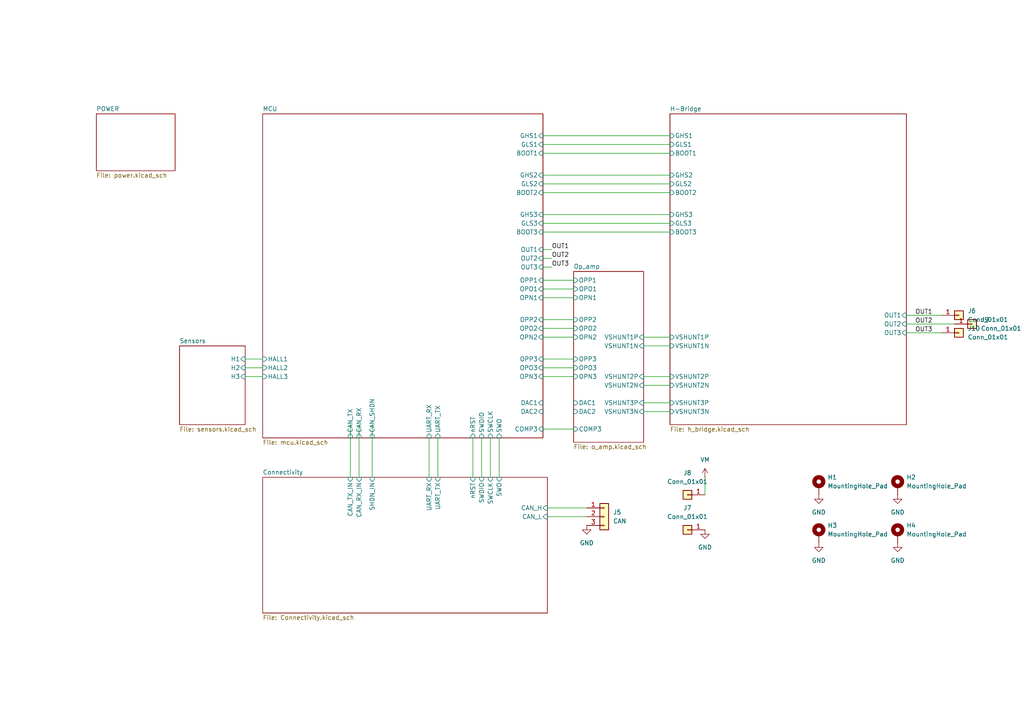
<source format=kicad_sch>
(kicad_sch (version 20231120) (generator "eeschema") (generator_version "8.0")
  (paper "A4")
  (lib_symbols
    (symbol "Connector_Generic:Conn_01x01" (pin_names (offset 1.016) hide)
      (property "Reference" "J" (at 0 2.54 0))
      (property "Value" "Conn_01x01" (at 0 -2.54 0))
      (symbol "Conn_01x01_1_1"
        (rectangle (start -1.27 0.127) (end 0 -0.127) (stroke (width 0.1524)))
        (rectangle (start -1.27 1.27) (end 1.27 -1.27) (stroke (width 0.254)) (fill (type background)))
        (pin passive line (at -5.08 0 0) (length 3.81) (name "Pin_1") (number "1"))
      )
    )
    (symbol "Mechanical:MountingHole_Pad" (pin_numbers hide) (pin_names (offset 1.016) hide) (exclude_from_sim yes) (in_bom no)
      (property "Reference" "H" (at 0 6.35 0))
      (property "Value" "MountingHole_Pad" (at 0 4.445 0))
      (symbol "MountingHole_Pad_0_1"
        (circle (center 0 1.27) (radius 1.27) (stroke (width 1.27)))
      )
      (symbol "MountingHole_Pad_1_1"
        (pin input line (at 0 -2.54 90) (length 2.54) (name "1") (number "1"))
      )
    )
    (symbol "PCM_4ms_Connector:Conn_01x03" (pin_names (offset 1.016) hide)
      (property "Reference" "J" (at 0 5.08 0))
      (property "Value" "Conn_01x03" (at 0 -5.08 0))
      (symbol "Conn_01x03_1_1"
        (rectangle (start -1.27 -2.413) (end 0 -2.667) (stroke (width 0.1524)))
        (rectangle (start -1.27 0.127) (end 0 -0.127) (stroke (width 0.1524)))
        (rectangle (start -1.27 2.667) (end 0 2.413) (stroke (width 0.1524)))
        (rectangle (start -1.27 3.81) (end 1.27 -3.81) (stroke (width 0.254)) (fill (type background)))
        (pin passive line (at -5.08 2.54 0) (length 3.81) (name "Pin_1") (number "1"))
        (pin passive line (at -5.08 0 0) (length 3.81) (name "Pin_2") (number "2"))
        (pin passive line (at -5.08 -2.54 0) (length 3.81) (name "Pin_3") (number "3"))
      )
    )
    (symbol "power:GND" (power) (pin_numbers hide) (pin_names (offset 0) hide)
      (property "Value" "GND" (at 0 -3.81 0))
      (symbol "GND_0_1"
        (polyline (pts (xy 0 0) (xy 0 -1.27) (xy 1.27 -1.27) (xy 0 -2.54) (xy -1.27 -1.27) (xy 0 -1.27)))
      )
      (symbol "GND_1_1"
        (pin power_in line (at 0 0 270) (length 0) (name "~") (number "1"))
      )
    )
    (symbol "power:VCC" (power) (pin_numbers hide) (pin_names (offset 0) hide)
      (property "Value" "VCC" (at 0 3.556 0))
      (symbol "VCC_0_1"
        (polyline (pts (xy -0.762 1.27) (xy 0 2.54)))
        (polyline (pts (xy 0 0) (xy 0 2.54)))
        (polyline (pts (xy 0 2.54) (xy 0.762 1.27)))
      )
      (symbol "VCC_1_1"
        (pin power_in line (at 0 0 90) (length 0) (name "~") (number "1"))
      )
    )
  )
  (wire (pts (xy 262.89 93.98) (xy 276.86 93.98)))
  (wire (pts (xy 157.48 86.36) (xy 166.37 86.36)))
  (wire (pts (xy 157.48 50.8) (xy 194.31 50.8)))
  (wire (pts (xy 186.69 97.79) (xy 194.31 97.79)))
  (wire (pts (xy 186.69 116.84) (xy 194.31 116.84)))
  (wire (pts (xy 71.12 106.68) (xy 76.2 106.68)))
  (wire (pts (xy 71.12 104.14) (xy 76.2 104.14)))
  (wire (pts (xy 127 127) (xy 127 138.43)))
  (wire (pts (xy 157.48 77.47) (xy 160.02 77.47)))
  (wire (pts (xy 157.48 74.93) (xy 160.02 74.93)))
  (wire (pts (xy 186.69 111.76) (xy 194.31 111.76)))
  (wire (pts (xy 124.46 127) (xy 124.46 138.43)))
  (wire (pts (xy 157.48 67.31) (xy 194.31 67.31)))
  (wire (pts (xy 157.48 62.23) (xy 194.31 62.23)))
  (wire (pts (xy 157.48 41.91) (xy 194.31 41.91)))
  (wire (pts (xy 158.75 147.32) (xy 170.18 147.32)))
  (wire (pts (xy 186.69 119.38) (xy 194.31 119.38)))
  (wire (pts (xy 139.7 127) (xy 139.7 138.43)))
  (wire (pts (xy 157.48 39.37) (xy 194.31 39.37)))
  (wire (pts (xy 157.48 104.14) (xy 166.37 104.14)))
  (wire (pts (xy 262.89 96.52) (xy 273.05 96.52)))
  (wire (pts (xy 157.48 55.88) (xy 194.31 55.88)))
  (wire (pts (xy 157.48 109.22) (xy 166.37 109.22)))
  (wire (pts (xy 137.16 127) (xy 137.16 138.43)))
  (wire (pts (xy 157.48 44.45) (xy 194.31 44.45)))
  (wire (pts (xy 107.95 123.19) (xy 107.95 138.43)))
  (wire (pts (xy 157.48 83.82) (xy 166.37 83.82)))
  (wire (pts (xy 71.12 109.22) (xy 76.2 109.22)))
  (wire (pts (xy 204.47 138.43) (xy 204.47 143.51)))
  (wire (pts (xy 157.48 97.79) (xy 166.37 97.79)))
  (wire (pts (xy 101.6 123.19) (xy 101.6 138.43)))
  (wire (pts (xy 142.24 127) (xy 142.24 138.43)))
  (wire (pts (xy 157.48 72.39) (xy 160.02 72.39)))
  (wire (pts (xy 144.78 127) (xy 144.78 138.43)))
  (wire (pts (xy 158.75 149.86) (xy 170.18 149.86)))
  (wire (pts (xy 157.48 124.46) (xy 166.37 124.46)))
  (wire (pts (xy 157.48 106.68) (xy 166.37 106.68)))
  (wire (pts (xy 157.48 92.71) (xy 166.37 92.71)))
  (wire (pts (xy 157.48 53.34) (xy 194.31 53.34)))
  (wire (pts (xy 157.48 64.77) (xy 194.31 64.77)))
  (wire (pts (xy 186.69 100.33) (xy 194.31 100.33)))
  (wire (pts (xy 157.48 81.28) (xy 166.37 81.28)))
  (wire (pts (xy 262.89 91.44) (xy 273.05 91.44)))
  (wire (pts (xy 157.48 95.25) (xy 166.37 95.25)))
  (wire (pts (xy 104.14 123.19) (xy 104.14 138.43)))
  (wire (pts (xy 186.69 109.22) (xy 194.31 109.22)))
  (label "OUT3" (at 160.02 77.47 0))
  (label "OUT3" (at 265.43 96.52 0))
  (label "OUT1" (at 160.02 72.39 0))
  (label "OUT2" (at 160.02 74.93 0))
  (label "OUT1" (at 265.43 91.44 0))
  (label "OUT2" (at 265.43 93.98 0))
  (symbol (lib_id "power:GND") (at 260.35 143.51 0) (unit 1)
    (property "Reference" "#PWR077" (effects (hide yes)))
    (property "Value" "GND" (at 260.35 148.59 0))
    (property "Description" "Power symbol creates a global label with name \"GND\" , ground" (effects (hide yes)))
  )
  (symbol (lib_id "power:GND") (at 260.35 157.48 0) (unit 1)
    (property "Reference" "#PWR079" (effects (hide yes)))
    (property "Value" "GND" (at 260.35 162.56 0))
    (property "Description" "Power symbol creates a global label with name \"GND\" , ground" (effects (hide yes)))
  )
  (symbol (lib_id "power:GND") (at 237.49 157.48 0) (unit 1)
    (property "Reference" "#PWR078" (effects (hide yes)))
    (property "Value" "GND" (at 237.49 162.56 0))
    (property "Description" "Power symbol creates a global label with name \"GND\" , ground" (effects (hide yes)))
  )
  (symbol (lib_id "power:GND") (at 204.47 153.67 0) (unit 1)
    (property "Reference" "#PWR080" (effects (hide yes)))
    (property "Value" "GND" (at 204.47 158.75 0))
    (property "Description" "Power symbol creates a global label with name \"GND\" , ground" (effects (hide yes)))
  )
  (symbol (lib_id "power:GND") (at 170.18 152.4 0) (unit 1)
    (property "Reference" "#PWR075" (effects (hide yes)))
    (property "Value" "GND" (at 170.18 157.48 0))
    (property "Description" "Power symbol creates a global label with name \"GND\" , ground" (effects (hide yes)))
  )
  (symbol (lib_id "power:GND") (at 237.49 143.51 0) (unit 1)
    (property "Reference" "#PWR076" (effects (hide yes)))
    (property "Value" "GND" (at 237.49 148.59 0))
    (property "Description" "Power symbol creates a global label with name \"GND\" , ground" (effects (hide yes)))
  )
  (symbol (lib_id "Connector_Generic:Conn_01x01") (at 278.13 91.44 0) (unit 1)
    (property "Reference" "J6" (at 280.67 90.1699 0) (effects (justify left)))
    (property "Value" "Conn_01x01" (at 280.67 92.7099 0) (effects (justify left)))
    (property "Footprint" "Connector_Wire:SolderWire-2sqmm_1x01_D2mm_OD3.9mm" (effects (hide yes)))
    (property "Description" "Generic connector, single row, 01x01, script generated (kicad-library-utils/schlib/autogen/connector/)" (effects (hide yes)))
  )
  (symbol (lib_id "Connector_Generic:Conn_01x01") (at 281.94 93.98 0) (unit 1)
    (property "Reference" "J9" (at 284.48 92.7099 0) (effects (justify left)))
    (property "Value" "Conn_01x01" (at 284.48 95.2499 0) (effects (justify left)))
    (property "Footprint" "Connector_Wire:SolderWire-2sqmm_1x01_D2mm_OD3.9mm" (effects (hide yes)))
    (property "Description" "Generic connector, single row, 01x01, script generated (kicad-library-utils/schlib/autogen/connector/)" (effects (hide yes)))
  )
  (symbol (lib_id "Mechanical:MountingHole_Pad") (at 237.49 140.97 0) (unit 1) (exclude_from_sim yes) (in_bom no)
    (property "Reference" "H1" (at 240.03 138.4299 0) (effects (justify left)))
    (property "Value" "MountingHole_Pad" (at 240.03 140.9699 0) (effects (justify left)))
    (property "Footprint" "MountingHole:MountingHole_3.2mm_M3_Pad_Via" (effects (hide yes)))
    (property "Description" "Mounting Hole with connection" (effects (hide yes)))
  )
  (symbol (lib_id "Connector_Generic:Conn_01x01") (at 199.39 143.51 180) (unit 1)
    (property "Reference" "J8" (at 199.39 137.16 0))
    (property "Value" "Conn_01x01" (at 199.39 139.7 0))
    (property "Footprint" "Connector_Wire:SolderWire-2sqmm_1x01_D2mm_OD3.9mm" (effects (hide yes)))
    (property "Description" "Generic connector, single row, 01x01, script generated (kicad-library-utils/schlib/autogen/connector/)" (effects (hide yes)))
  )
  (symbol (lib_id "Connector_Generic:Conn_01x01") (at 278.13 96.52 0) (unit 1)
    (property "Reference" "J10" (at 280.67 95.2499 0) (effects (justify left)))
    (property "Value" "Conn_01x01" (at 280.67 97.7899 0) (effects (justify left)))
    (property "Footprint" "Connector_Wire:SolderWire-2sqmm_1x01_D2mm_OD3.9mm" (effects (hide yes)))
    (property "Description" "Generic connector, single row, 01x01, script generated (kicad-library-utils/schlib/autogen/connector/)" (effects (hide yes)))
  )
  (symbol (lib_id "Mechanical:MountingHole_Pad") (at 260.35 140.97 0) (unit 1) (exclude_from_sim yes) (in_bom no)
    (property "Reference" "H2" (at 262.89 138.4299 0) (effects (justify left)))
    (property "Value" "MountingHole_Pad" (at 262.89 140.9699 0) (effects (justify left)))
    (property "Footprint" "MountingHole:MountingHole_3.2mm_M3_Pad_Via" (effects (hide yes)))
    (property "Description" "Mounting Hole with connection" (effects (hide yes)))
  )
  (symbol (lib_id "power:VCC") (at 204.47 138.43 0) (unit 1)
    (property "Reference" "#PWR081" (effects (hide yes)))
    (property "Value" "VM" (at 204.47 133.35 0))
    (property "Description" "Power symbol creates a global label with name \"VCC\"" (effects (hide yes)))
  )
  (symbol (lib_id "Mechanical:MountingHole_Pad") (at 260.35 154.94 0) (unit 1) (exclude_from_sim yes) (in_bom no)
    (property "Reference" "H4" (at 262.89 152.3999 0) (effects (justify left)))
    (property "Value" "MountingHole_Pad" (at 262.89 154.9399 0) (effects (justify left)))
    (property "Footprint" "MountingHole:MountingHole_3.2mm_M3_Pad_Via" (effects (hide yes)))
    (property "Description" "Mounting Hole with connection" (effects (hide yes)))
  )
  (symbol (lib_id "PCM_4ms_Connector:Conn_01x03") (at 175.26 149.86 0) (unit 1)
    (property "Reference" "J5" (at 177.8 148.5899 0) (effects (justify left)))
    (property "Value" "CAN" (at 177.8 151.1299 0) (effects (justify left)))
    (property "Footprint" "Connector_PinSocket_2.54mm:PinSocket_1x03_P2.54mm_Vertical" (effects (hide yes)))
    (property "Description" "HEADER 1x3 MALE PINS 0.100” 180deg" (effects (hide yes)))
    (property "Specifications" "HEADER 1x3 MALE PINS 0.100” 180deg" (effects (hide yes)))
    (property "Manufacturer" "TAD" (effects (hide yes)))
    (property "Part Number" "1-0301FBV0T" (effects (hide yes)))
  )
  (symbol (lib_id "Mechanical:MountingHole_Pad") (at 237.49 154.94 0) (unit 1) (exclude_from_sim yes) (in_bom no)
    (property "Reference" "H3" (at 240.03 152.3999 0) (effects (justify left)))
    (property "Value" "MountingHole_Pad" (at 240.03 154.9399 0) (effects (justify left)))
    (property "Footprint" "MountingHole:MountingHole_3.2mm_M3_Pad_Via" (effects (hide yes)))
    (property "Description" "Mounting Hole with connection" (effects (hide yes)))
  )
  (symbol (lib_id "Connector_Generic:Conn_01x01") (at 199.39 153.67 180) (unit 1)
    (property "Reference" "J7" (at 199.39 147.32 0))
    (property "Value" "Conn_01x01" (at 199.39 149.86 0))
    (property "Footprint" "Connector_Wire:SolderWire-2sqmm_1x01_D2mm_OD3.9mm" (effects (hide yes)))
    (property "Description" "Generic connector, single row, 01x01, script generated (kicad-library-utils/schlib/autogen/connector/)" (effects (hide yes)))
  )
  (sheet (at 76.2 138.43) (size 82.55 39.37) (stroke (width 0.1524))
    (property "Sheetname" "Connectivity" (at 76.2 137.7184 0) (effects (justify left bottom)))
    (property "Sheetfile" "Connectivity.kicad_sch" (at 76.2 178.3846 0) (effects (justify left top)))
    (pin "CAN_H" input (at 158.75 147.32 0))
    (pin "CAN_L" input (at 158.75 149.86 0))
    (pin "SHDN_IN" input (at 107.95 138.43 90))
    (pin "CAN_TX_IN" input (at 101.6 138.43 90))
    (pin "CAN_RX_IN" input (at 104.14 138.43 90))
    (pin "UART_TX" input (at 127 138.43 90))
    (pin "UART_RX" input (at 124.46 138.43 90))
    (pin "SWDIO" input (at 139.7 138.43 90))
    (pin "nRST" input (at 137.16 138.43 90))
    (pin "SWCLK" input (at 142.24 138.43 90))
    (pin "SWO" input (at 144.78 138.43 90))
  )
  (sheet (at 27.94 33.02) (size 22.86 16.51) (stroke (width 0.1524))
    (property "Sheetname" "POWER" (at 27.94 32.3084 0) (effects (justify left bottom)))
    (property "Sheetfile" "power.kicad_sch" (at 27.94 50.1146 0) (effects (justify left top)))
  )
  (sheet (at 76.2 33.02) (size 81.28 93.98) (stroke (width 0.1524))
    (property "Sheetname" "MCU" (at 76.2 32.3084 0) (effects (justify left bottom)))
    (property "Sheetfile" "mcu.kicad_sch" (at 76.2 127.5846 0) (effects (justify left top)))
    (pin "OPP1" input (at 157.48 81.28 0))
    (pin "OPP2" input (at 157.48 92.71 0))
    (pin "OPN2" input (at 157.48 97.79 0))
    (pin "OPP3" input (at 157.48 104.14 0))
    (pin "OPO3" input (at 157.48 106.68 0))
    (pin "OPN3" input (at 157.48 109.22 0))
    (pin "OPN1" input (at 157.48 86.36 0))
    (pin "DAC2" input (at 157.48 119.38 0))
    (pin "DAC1" input (at 157.48 116.84 0))
    (pin "OPO2" input (at 157.48 95.25 0))
    (pin "OPO1" input (at 157.48 83.82 0))
    (pin "CAN_SHDN" input (at 107.95 127 270))
    (pin "UART_RX" input (at 124.46 127 270))
    (pin "UART_TX" input (at 127 127 270))
    (pin "CAN_TX" input (at 101.6 127 270))
    (pin "CAN_RX" input (at 104.14 127 270))
    (pin "GHS1" input (at 157.48 39.37 0))
    (pin "OUT1" input (at 157.48 72.39 0))
    (pin "BOOT1" input (at 157.48 44.45 0))
    (pin "GHS2" input (at 157.48 50.8 0))
    (pin "OUT2" input (at 157.48 74.93 0))
    (pin "GLS2" input (at 157.48 53.34 0))
    (pin "GLS1" input (at 157.48 41.91 0))
    (pin "GLS3" input (at 157.48 64.77 0))
    (pin "BOOT2" input (at 157.48 55.88 0))
    (pin "GHS3" input (at 157.48 62.23 0))
    (pin "OUT3" input (at 157.48 77.47 0))
    (pin "BOOT3" input (at 157.48 67.31 0))
    (pin "COMP3" input (at 157.48 124.46 0))
    (pin "HALL1" input (at 76.2 104.14 180))
    (pin "HALL3" input (at 76.2 109.22 180))
    (pin "HALL2" input (at 76.2 106.68 180))
    (pin "SWDIO" input (at 139.7 127 270))
    (pin "SWCLK" input (at 142.24 127 270))
    (pin "nRST" input (at 137.16 127 270))
    (pin "SWO" input (at 144.78 127 270))
  )
  (sheet (at 166.37 78.74) (size 20.32 49.53) (stroke (width 0.1524))
    (property "Sheetname" "Op_amp" (at 166.37 78.0284 0) (effects (justify left bottom)))
    (property "Sheetfile" "o_amp.kicad_sch" (at 166.37 128.8546 0) (effects (justify left top)))
    (pin "OPP1" input (at 166.37 81.28 180))
    (pin "OPN1" input (at 166.37 86.36 180))
    (pin "OPO1" input (at 166.37 83.82 180))
    (pin "VSHUNT2P" input (at 186.69 109.22 0))
    (pin "VSHUNT2N" input (at 186.69 111.76 0))
    (pin "OPO3" input (at 166.37 106.68 180))
    (pin "OPP2" input (at 166.37 92.71 180))
    (pin "OPN3" input (at 166.37 109.22 180))
    (pin "OPO2" input (at 166.37 95.25 180))
    (pin "OPP3" input (at 166.37 104.14 180))
    (pin "OPN2" input (at 166.37 97.79 180))
    (pin "VSHUNT3P" input (at 186.69 116.84 0))
    (pin "VSHUNT1N" input (at 186.69 100.33 0))
    (pin "VSHUNT1P" input (at 186.69 97.79 0))
    (pin "DAC2" input (at 166.37 119.38 180))
    (pin "DAC1" input (at 166.37 116.84 180))
    (pin "VSHUNT3N" input (at 186.69 119.38 0))
    (pin "COMP3" input (at 166.37 124.46 180))
  )
  (sheet (at 52.07 100.33) (size 19.05 22.86) (stroke (width 0.1524))
    (property "Sheetname" "Sensors" (at 52.07 99.6184 0) (effects (justify left bottom)))
    (property "Sheetfile" "sensors.kicad_sch" (at 52.07 123.7746 0) (effects (justify left top)))
    (pin "H2" input (at 71.12 106.68 0))
    (pin "H3" input (at 71.12 109.22 0))
    (pin "H1" input (at 71.12 104.14 0))
  )
  (sheet (at 194.31 33.02) (size 68.58 90.17) (stroke (width 0.1524))
    (property "Sheetname" "H-Bridge" (at 194.31 32.3084 0) (effects (justify left bottom)))
    (property "Sheetfile" "h_bridge.kicad_sch" (at 194.31 123.7746 0) (effects (justify left top)))
    (pin "OUT2" input (at 262.89 93.98 0))
    (pin "VSHUNT2P" input (at 194.31 109.22 180))
    (pin "GLS2" input (at 194.31 53.34 180))
    (pin "VSHUNT2N" input (at 194.31 111.76 180))
    (pin "BOOT2" input (at 194.31 55.88 180))
    (pin "GHS2" input (at 194.31 50.8 180))
    (pin "VSHUNT1N" input (at 194.31 100.33 180))
    (pin "VSHUNT1P" input (at 194.31 97.79 180))
    (pin "OUT1" input (at 262.89 91.44 0))
    (pin "GLS1" input (at 194.31 41.91 180))
    (pin "BOOT1" input (at 194.31 44.45 180))
    (pin "GHS1" input (at 194.31 39.37 180))
    (pin "VSHUNT3P" input (at 194.31 116.84 180))
    (pin "BOOT3" input (at 194.31 67.31 180))
    (pin "OUT3" input (at 262.89 96.52 0))
    (pin "GLS3" input (at 194.31 64.77 180))
    (pin "GHS3" input (at 194.31 62.23 180))
    (pin "VSHUNT3N" input (at 194.31 119.38 180))
  )
)
</source>
